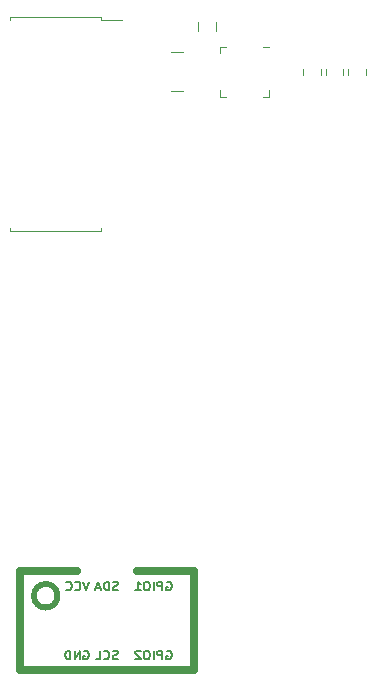
<source format=gbo>
%TF.GenerationSoftware,KiCad,Pcbnew,(6.0.7-1)-1*%
%TF.CreationDate,2022-09-29T19:12:14-05:00*%
%TF.ProjectId,vectrex-sao,76656374-7265-4782-9d73-616f2e6b6963,rev?*%
%TF.SameCoordinates,Original*%
%TF.FileFunction,Legend,Bot*%
%TF.FilePolarity,Positive*%
%FSLAX46Y46*%
G04 Gerber Fmt 4.6, Leading zero omitted, Abs format (unit mm)*
G04 Created by KiCad (PCBNEW (6.0.7-1)-1) date 2022-09-29 19:12:14*
%MOMM*%
%LPD*%
G01*
G04 APERTURE LIST*
%ADD10C,0.150000*%
%ADD11C,0.700000*%
%ADD12C,0.500000*%
%ADD13C,0.120000*%
G04 APERTURE END LIST*
D10*
%TO.C,J2*%
X113082857Y-124026571D02*
X112975714Y-124062285D01*
X112797142Y-124062285D01*
X112725714Y-124026571D01*
X112690000Y-123990857D01*
X112654285Y-123919428D01*
X112654285Y-123848000D01*
X112690000Y-123776571D01*
X112725714Y-123740857D01*
X112797142Y-123705142D01*
X112940000Y-123669428D01*
X113011428Y-123633714D01*
X113047142Y-123598000D01*
X113082857Y-123526571D01*
X113082857Y-123455142D01*
X113047142Y-123383714D01*
X113011428Y-123348000D01*
X112940000Y-123312285D01*
X112761428Y-123312285D01*
X112654285Y-123348000D01*
X111904285Y-123990857D02*
X111940000Y-124026571D01*
X112047142Y-124062285D01*
X112118571Y-124062285D01*
X112225714Y-124026571D01*
X112297142Y-123955142D01*
X112332857Y-123883714D01*
X112368571Y-123740857D01*
X112368571Y-123633714D01*
X112332857Y-123490857D01*
X112297142Y-123419428D01*
X112225714Y-123348000D01*
X112118571Y-123312285D01*
X112047142Y-123312285D01*
X111940000Y-123348000D01*
X111904285Y-123383714D01*
X111225714Y-124062285D02*
X111582857Y-124062285D01*
X111582857Y-123312285D01*
X110221428Y-123348000D02*
X110292857Y-123312285D01*
X110400000Y-123312285D01*
X110507142Y-123348000D01*
X110578571Y-123419428D01*
X110614285Y-123490857D01*
X110650000Y-123633714D01*
X110650000Y-123740857D01*
X110614285Y-123883714D01*
X110578571Y-123955142D01*
X110507142Y-124026571D01*
X110400000Y-124062285D01*
X110328571Y-124062285D01*
X110221428Y-124026571D01*
X110185714Y-123990857D01*
X110185714Y-123740857D01*
X110328571Y-123740857D01*
X109864285Y-124062285D02*
X109864285Y-123312285D01*
X109435714Y-124062285D01*
X109435714Y-123312285D01*
X109078571Y-124062285D02*
X109078571Y-123312285D01*
X108900000Y-123312285D01*
X108792857Y-123348000D01*
X108721428Y-123419428D01*
X108685714Y-123490857D01*
X108650000Y-123633714D01*
X108650000Y-123740857D01*
X108685714Y-123883714D01*
X108721428Y-123955142D01*
X108792857Y-124026571D01*
X108900000Y-124062285D01*
X109078571Y-124062285D01*
X113100714Y-118184571D02*
X112993571Y-118220285D01*
X112815000Y-118220285D01*
X112743571Y-118184571D01*
X112707857Y-118148857D01*
X112672142Y-118077428D01*
X112672142Y-118006000D01*
X112707857Y-117934571D01*
X112743571Y-117898857D01*
X112815000Y-117863142D01*
X112957857Y-117827428D01*
X113029285Y-117791714D01*
X113065000Y-117756000D01*
X113100714Y-117684571D01*
X113100714Y-117613142D01*
X113065000Y-117541714D01*
X113029285Y-117506000D01*
X112957857Y-117470285D01*
X112779285Y-117470285D01*
X112672142Y-117506000D01*
X112350714Y-118220285D02*
X112350714Y-117470285D01*
X112172142Y-117470285D01*
X112065000Y-117506000D01*
X111993571Y-117577428D01*
X111957857Y-117648857D01*
X111922142Y-117791714D01*
X111922142Y-117898857D01*
X111957857Y-118041714D01*
X111993571Y-118113142D01*
X112065000Y-118184571D01*
X112172142Y-118220285D01*
X112350714Y-118220285D01*
X111636428Y-118006000D02*
X111279285Y-118006000D01*
X111707857Y-118220285D02*
X111457857Y-117470285D01*
X111207857Y-118220285D01*
X110650000Y-117470285D02*
X110400000Y-118220285D01*
X110150000Y-117470285D01*
X109471428Y-118148857D02*
X109507142Y-118184571D01*
X109614285Y-118220285D01*
X109685714Y-118220285D01*
X109792857Y-118184571D01*
X109864285Y-118113142D01*
X109900000Y-118041714D01*
X109935714Y-117898857D01*
X109935714Y-117791714D01*
X109900000Y-117648857D01*
X109864285Y-117577428D01*
X109792857Y-117506000D01*
X109685714Y-117470285D01*
X109614285Y-117470285D01*
X109507142Y-117506000D01*
X109471428Y-117541714D01*
X108721428Y-118148857D02*
X108757142Y-118184571D01*
X108864285Y-118220285D01*
X108935714Y-118220285D01*
X109042857Y-118184571D01*
X109114285Y-118113142D01*
X109150000Y-118041714D01*
X109185714Y-117898857D01*
X109185714Y-117791714D01*
X109150000Y-117648857D01*
X109114285Y-117577428D01*
X109042857Y-117506000D01*
X108935714Y-117470285D01*
X108864285Y-117470285D01*
X108757142Y-117506000D01*
X108721428Y-117541714D01*
X117234142Y-123348000D02*
X117305571Y-123312285D01*
X117412714Y-123312285D01*
X117519857Y-123348000D01*
X117591285Y-123419428D01*
X117627000Y-123490857D01*
X117662714Y-123633714D01*
X117662714Y-123740857D01*
X117627000Y-123883714D01*
X117591285Y-123955142D01*
X117519857Y-124026571D01*
X117412714Y-124062285D01*
X117341285Y-124062285D01*
X117234142Y-124026571D01*
X117198428Y-123990857D01*
X117198428Y-123740857D01*
X117341285Y-123740857D01*
X116877000Y-124062285D02*
X116877000Y-123312285D01*
X116591285Y-123312285D01*
X116519857Y-123348000D01*
X116484142Y-123383714D01*
X116448428Y-123455142D01*
X116448428Y-123562285D01*
X116484142Y-123633714D01*
X116519857Y-123669428D01*
X116591285Y-123705142D01*
X116877000Y-123705142D01*
X116127000Y-124062285D02*
X116127000Y-123312285D01*
X115627000Y-123312285D02*
X115484142Y-123312285D01*
X115412714Y-123348000D01*
X115341285Y-123419428D01*
X115305571Y-123562285D01*
X115305571Y-123812285D01*
X115341285Y-123955142D01*
X115412714Y-124026571D01*
X115484142Y-124062285D01*
X115627000Y-124062285D01*
X115698428Y-124026571D01*
X115769857Y-123955142D01*
X115805571Y-123812285D01*
X115805571Y-123562285D01*
X115769857Y-123419428D01*
X115698428Y-123348000D01*
X115627000Y-123312285D01*
X115019857Y-123383714D02*
X114984142Y-123348000D01*
X114912714Y-123312285D01*
X114734142Y-123312285D01*
X114662714Y-123348000D01*
X114627000Y-123383714D01*
X114591285Y-123455142D01*
X114591285Y-123526571D01*
X114627000Y-123633714D01*
X115055571Y-124062285D01*
X114591285Y-124062285D01*
X117234142Y-117506000D02*
X117305571Y-117470285D01*
X117412714Y-117470285D01*
X117519857Y-117506000D01*
X117591285Y-117577428D01*
X117627000Y-117648857D01*
X117662714Y-117791714D01*
X117662714Y-117898857D01*
X117627000Y-118041714D01*
X117591285Y-118113142D01*
X117519857Y-118184571D01*
X117412714Y-118220285D01*
X117341285Y-118220285D01*
X117234142Y-118184571D01*
X117198428Y-118148857D01*
X117198428Y-117898857D01*
X117341285Y-117898857D01*
X116877000Y-118220285D02*
X116877000Y-117470285D01*
X116591285Y-117470285D01*
X116519857Y-117506000D01*
X116484142Y-117541714D01*
X116448428Y-117613142D01*
X116448428Y-117720285D01*
X116484142Y-117791714D01*
X116519857Y-117827428D01*
X116591285Y-117863142D01*
X116877000Y-117863142D01*
X116127000Y-118220285D02*
X116127000Y-117470285D01*
X115627000Y-117470285D02*
X115484142Y-117470285D01*
X115412714Y-117506000D01*
X115341285Y-117577428D01*
X115305571Y-117720285D01*
X115305571Y-117970285D01*
X115341285Y-118113142D01*
X115412714Y-118184571D01*
X115484142Y-118220285D01*
X115627000Y-118220285D01*
X115698428Y-118184571D01*
X115769857Y-118113142D01*
X115805571Y-117970285D01*
X115805571Y-117720285D01*
X115769857Y-117577428D01*
X115698428Y-117506000D01*
X115627000Y-117470285D01*
X114591285Y-118220285D02*
X115019857Y-118220285D01*
X114805571Y-118220285D02*
X114805571Y-117470285D01*
X114877000Y-117577428D01*
X114948428Y-117648857D01*
X115019857Y-117684571D01*
D11*
X119556000Y-124993000D02*
X119556000Y-116611000D01*
X104824000Y-124993000D02*
X119556000Y-124993000D01*
X104824000Y-116611000D02*
X104824000Y-124993000D01*
X109650000Y-116611000D02*
X104824000Y-116611000D01*
X119469640Y-116560200D02*
X114730000Y-116560200D01*
D12*
X107990000Y-118675000D02*
G75*
G03*
X107990000Y-118675000I-1000000J0D01*
G01*
D13*
%TO.C,SJ1*%
X121450000Y-70885000D02*
X121450000Y-70085000D01*
X119850000Y-70085000D02*
X119850000Y-70885000D01*
%TO.C,C1*%
X130710000Y-74038748D02*
X130710000Y-74561252D01*
X132180000Y-74038748D02*
X132180000Y-74561252D01*
%TO.C,R1*%
X117610000Y-72615000D02*
X118610000Y-72615000D01*
X117610000Y-75975000D02*
X118610000Y-75975000D01*
%TO.C,C2*%
X130275000Y-74038748D02*
X130275000Y-74561252D01*
X128805000Y-74038748D02*
X128805000Y-74561252D01*
%TO.C,U1*%
X103940000Y-87810000D02*
X103940000Y-87565000D01*
X111660000Y-69690000D02*
X111660000Y-69935000D01*
X107800000Y-87810000D02*
X103940000Y-87810000D01*
X107800000Y-87810000D02*
X111660000Y-87810000D01*
X111660000Y-87810000D02*
X111660000Y-87565000D01*
X111660000Y-69935000D02*
X113475000Y-69935000D01*
X103940000Y-69690000D02*
X103940000Y-69935000D01*
X107800000Y-69690000D02*
X111660000Y-69690000D01*
X107800000Y-69690000D02*
X103940000Y-69690000D01*
%TO.C,C3*%
X134085000Y-74033748D02*
X134085000Y-74556252D01*
X132615000Y-74033748D02*
X132615000Y-74556252D01*
%TO.C,U2*%
X121715000Y-76405000D02*
X121715000Y-75855000D01*
X121715000Y-72185000D02*
X121715000Y-72735000D01*
X125385000Y-72185000D02*
X125935000Y-72185000D01*
X125385000Y-76405000D02*
X125935000Y-76405000D01*
X125935000Y-76405000D02*
X125935000Y-75855000D01*
X122265000Y-76405000D02*
X121715000Y-76405000D01*
X122265000Y-72185000D02*
X121715000Y-72185000D01*
%TD*%
M02*

</source>
